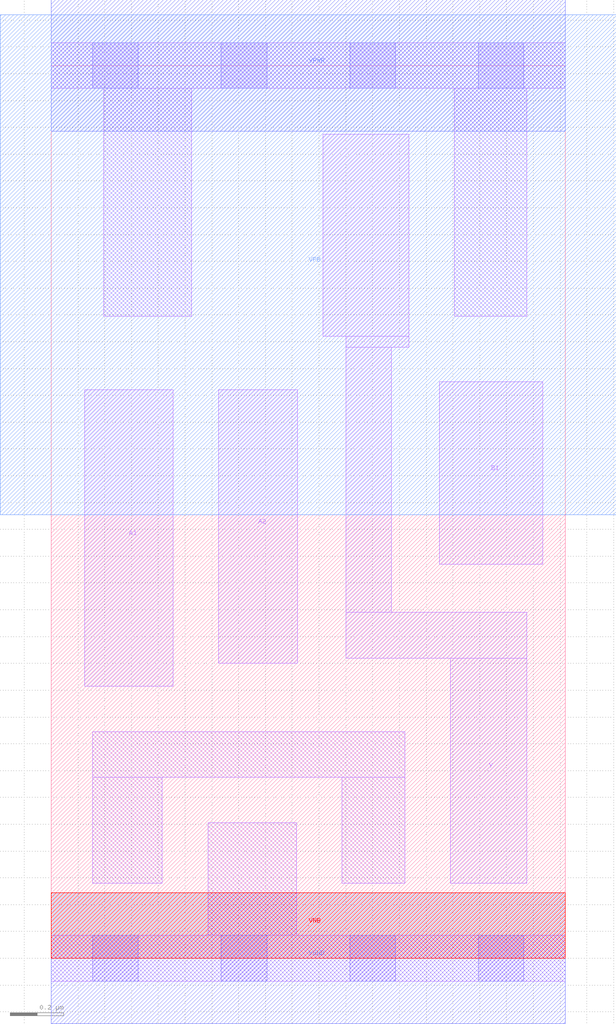
<source format=lef>
# Copyright 2020 The SkyWater PDK Authors
#
# Licensed under the Apache License, Version 2.0 (the "License");
# you may not use this file except in compliance with the License.
# You may obtain a copy of the License at
#
#     https://www.apache.org/licenses/LICENSE-2.0
#
# Unless required by applicable law or agreed to in writing, software
# distributed under the License is distributed on an "AS IS" BASIS,
# WITHOUT WARRANTIES OR CONDITIONS OF ANY KIND, either express or implied.
# See the License for the specific language governing permissions and
# limitations under the License.
#
# SPDX-License-Identifier: Apache-2.0

VERSION 5.7 ;
  NOWIREEXTENSIONATPIN ON ;
  DIVIDERCHAR "/" ;
  BUSBITCHARS "[]" ;
MACRO sky130_fd_sc_lp__o21ai_0
  CLASS CORE ;
  FOREIGN sky130_fd_sc_lp__o21ai_0 ;
  ORIGIN  0.000000  0.000000 ;
  SIZE  1.920000 BY  3.330000 ;
  SYMMETRY X Y R90 ;
  SITE unit ;
  PIN A1
    ANTENNAGATEAREA  0.159000 ;
    DIRECTION INPUT ;
    USE SIGNAL ;
    PORT
      LAYER li1 ;
        RECT 0.125000 1.015000 0.455000 2.120000 ;
    END
  END A1
  PIN A2
    ANTENNAGATEAREA  0.159000 ;
    DIRECTION INPUT ;
    USE SIGNAL ;
    PORT
      LAYER li1 ;
        RECT 0.625000 1.100000 0.920000 2.120000 ;
    END
  END A2
  PIN B1
    ANTENNAGATEAREA  0.159000 ;
    DIRECTION INPUT ;
    USE SIGNAL ;
    PORT
      LAYER li1 ;
        RECT 1.450000 1.470000 1.835000 2.150000 ;
    END
  END B1
  PIN Y
    ANTENNADIFFAREA  0.290500 ;
    DIRECTION OUTPUT ;
    USE SIGNAL ;
    PORT
      LAYER li1 ;
        RECT 1.015000 2.320000 1.335000 3.075000 ;
        RECT 1.100000 1.120000 1.775000 1.290000 ;
        RECT 1.100000 1.290000 1.270000 2.280000 ;
        RECT 1.100000 2.280000 1.335000 2.320000 ;
        RECT 1.490000 0.280000 1.775000 1.120000 ;
    END
  END Y
  PIN VGND
    DIRECTION INOUT ;
    USE GROUND ;
    PORT
      LAYER met1 ;
        RECT 0.000000 -0.245000 1.920000 0.245000 ;
    END
  END VGND
  PIN VNB
    DIRECTION INOUT ;
    USE GROUND ;
    PORT
      LAYER pwell ;
        RECT 0.000000 0.000000 1.920000 0.245000 ;
    END
  END VNB
  PIN VPB
    DIRECTION INOUT ;
    USE POWER ;
    PORT
      LAYER nwell ;
        RECT -0.190000 1.655000 2.110000 3.520000 ;
    END
  END VPB
  PIN VPWR
    DIRECTION INOUT ;
    USE POWER ;
    PORT
      LAYER met1 ;
        RECT 0.000000 3.085000 1.920000 3.575000 ;
    END
  END VPWR
  OBS
    LAYER li1 ;
      RECT 0.000000 -0.085000 1.920000 0.085000 ;
      RECT 0.000000  3.245000 1.920000 3.415000 ;
      RECT 0.155000  0.280000 0.415000 0.675000 ;
      RECT 0.155000  0.675000 1.320000 0.845000 ;
      RECT 0.195000  2.395000 0.525000 3.245000 ;
      RECT 0.585000  0.085000 0.915000 0.505000 ;
      RECT 1.085000  0.280000 1.320000 0.675000 ;
      RECT 1.505000  2.395000 1.775000 3.245000 ;
    LAYER mcon ;
      RECT 0.155000 -0.085000 0.325000 0.085000 ;
      RECT 0.155000  3.245000 0.325000 3.415000 ;
      RECT 0.635000 -0.085000 0.805000 0.085000 ;
      RECT 0.635000  3.245000 0.805000 3.415000 ;
      RECT 1.115000 -0.085000 1.285000 0.085000 ;
      RECT 1.115000  3.245000 1.285000 3.415000 ;
      RECT 1.595000 -0.085000 1.765000 0.085000 ;
      RECT 1.595000  3.245000 1.765000 3.415000 ;
  END
END sky130_fd_sc_lp__o21ai_0
END LIBRARY

</source>
